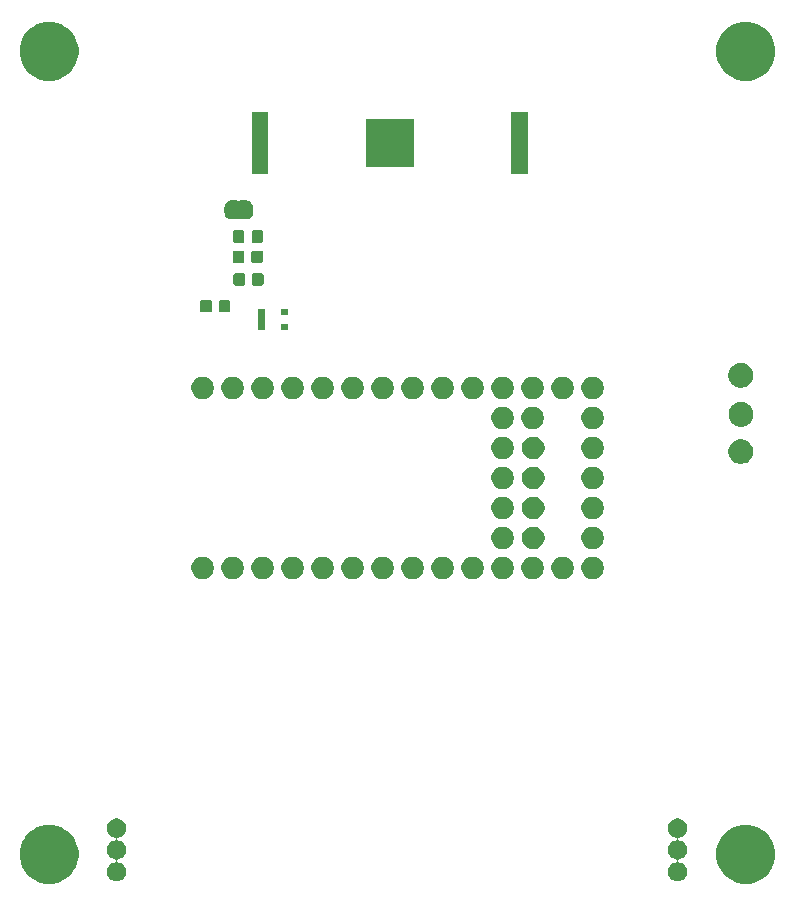
<source format=gbs>
G04 #@! TF.GenerationSoftware,KiCad,Pcbnew,(5.1.4)-1*
G04 #@! TF.CreationDate,2020-01-30T13:19:47+01:00*
G04 #@! TF.ProjectId,teensy4_header_breakout,7465656e-7379-4345-9f68-65616465725f,rev?*
G04 #@! TF.SameCoordinates,Original*
G04 #@! TF.FileFunction,Soldermask,Bot*
G04 #@! TF.FilePolarity,Negative*
%FSLAX46Y46*%
G04 Gerber Fmt 4.6, Leading zero omitted, Abs format (unit mm)*
G04 Created by KiCad (PCBNEW (5.1.4)-1) date 2020-01-30 13:19:47*
%MOMM*%
%LPD*%
G04 APERTURE LIST*
%ADD10C,0.100000*%
G04 APERTURE END LIST*
D10*
G36*
X173309312Y-140239673D02*
G01*
X173764282Y-140428128D01*
X173764284Y-140428129D01*
X173970405Y-140565855D01*
X174173746Y-140701723D01*
X174521967Y-141049944D01*
X174650446Y-141242227D01*
X174766295Y-141415606D01*
X174795562Y-141459408D01*
X174984017Y-141914378D01*
X175080090Y-142397370D01*
X175080090Y-142889830D01*
X174984017Y-143372822D01*
X174833519Y-143736155D01*
X174795561Y-143827794D01*
X174521966Y-144237257D01*
X174173747Y-144585476D01*
X173764284Y-144859071D01*
X173764283Y-144859072D01*
X173764282Y-144859072D01*
X173309312Y-145047527D01*
X172826320Y-145143600D01*
X172333860Y-145143600D01*
X171850868Y-145047527D01*
X171395898Y-144859072D01*
X171395897Y-144859072D01*
X171395896Y-144859071D01*
X170986433Y-144585476D01*
X170638214Y-144237257D01*
X170364619Y-143827794D01*
X170326661Y-143736155D01*
X170176163Y-143372822D01*
X170080090Y-142889830D01*
X170080090Y-142397370D01*
X170176163Y-141914378D01*
X170364618Y-141459408D01*
X170393886Y-141415606D01*
X170509734Y-141242227D01*
X170638213Y-141049944D01*
X170986434Y-140701723D01*
X171189775Y-140565855D01*
X171395896Y-140428129D01*
X171395898Y-140428128D01*
X171850868Y-140239673D01*
X172333860Y-140143600D01*
X172826320Y-140143600D01*
X173309312Y-140239673D01*
X173309312Y-140239673D01*
G37*
G36*
X114325902Y-140239673D02*
G01*
X114780872Y-140428128D01*
X114780874Y-140428129D01*
X114986995Y-140565855D01*
X115190336Y-140701723D01*
X115538557Y-141049944D01*
X115667036Y-141242227D01*
X115782885Y-141415606D01*
X115812152Y-141459408D01*
X116000607Y-141914378D01*
X116096680Y-142397370D01*
X116096680Y-142889830D01*
X116000607Y-143372822D01*
X115850109Y-143736155D01*
X115812151Y-143827794D01*
X115538556Y-144237257D01*
X115190337Y-144585476D01*
X114780874Y-144859071D01*
X114780873Y-144859072D01*
X114780872Y-144859072D01*
X114325902Y-145047527D01*
X113842910Y-145143600D01*
X113350450Y-145143600D01*
X112867458Y-145047527D01*
X112412488Y-144859072D01*
X112412487Y-144859072D01*
X112412486Y-144859071D01*
X112003023Y-144585476D01*
X111654804Y-144237257D01*
X111381209Y-143827794D01*
X111343251Y-143736155D01*
X111192753Y-143372822D01*
X111096680Y-142889830D01*
X111096680Y-142397370D01*
X111192753Y-141914378D01*
X111381208Y-141459408D01*
X111410476Y-141415606D01*
X111526324Y-141242227D01*
X111654803Y-141049944D01*
X112003024Y-140701723D01*
X112206365Y-140565855D01*
X112412486Y-140428129D01*
X112412488Y-140428128D01*
X112867458Y-140239673D01*
X113350450Y-140143600D01*
X113842910Y-140143600D01*
X114325902Y-140239673D01*
X114325902Y-140239673D01*
G37*
G36*
X119546985Y-139639595D02*
G01*
X119694904Y-139700865D01*
X119694905Y-139700866D01*
X119828030Y-139789817D01*
X119941243Y-139903030D01*
X119941244Y-139903032D01*
X120030195Y-140036156D01*
X120091465Y-140184075D01*
X120122700Y-140341105D01*
X120122700Y-140501215D01*
X120091465Y-140658245D01*
X120030195Y-140806164D01*
X120030194Y-140806165D01*
X119941243Y-140939290D01*
X119828030Y-141052503D01*
X119761015Y-141097281D01*
X119694904Y-141141455D01*
X119546985Y-141202725D01*
X119442224Y-141223563D01*
X119418775Y-141230676D01*
X119397164Y-141242227D01*
X119378222Y-141257772D01*
X119362677Y-141276714D01*
X119351126Y-141298325D01*
X119344013Y-141321774D01*
X119341611Y-141346160D01*
X119344013Y-141370546D01*
X119351126Y-141393995D01*
X119362677Y-141415606D01*
X119378222Y-141434548D01*
X119397164Y-141450093D01*
X119418775Y-141461644D01*
X119442224Y-141468757D01*
X119546985Y-141489595D01*
X119694904Y-141550865D01*
X119694905Y-141550866D01*
X119828030Y-141639817D01*
X119941243Y-141753030D01*
X119941244Y-141753032D01*
X120030195Y-141886156D01*
X120091465Y-142034075D01*
X120122700Y-142191105D01*
X120122700Y-142351215D01*
X120091465Y-142508245D01*
X120030195Y-142656164D01*
X120030194Y-142656165D01*
X119941243Y-142789290D01*
X119828030Y-142902503D01*
X119761015Y-142947281D01*
X119694904Y-142991455D01*
X119546985Y-143052725D01*
X119442224Y-143073563D01*
X119418775Y-143080676D01*
X119397164Y-143092227D01*
X119378222Y-143107772D01*
X119362677Y-143126714D01*
X119351126Y-143148325D01*
X119344013Y-143171774D01*
X119341611Y-143196160D01*
X119344013Y-143220546D01*
X119351126Y-143243995D01*
X119362677Y-143265606D01*
X119378222Y-143284548D01*
X119397164Y-143300093D01*
X119418775Y-143311644D01*
X119442224Y-143318757D01*
X119546985Y-143339595D01*
X119694904Y-143400865D01*
X119694905Y-143400866D01*
X119828030Y-143489817D01*
X119941243Y-143603030D01*
X119941244Y-143603032D01*
X120030195Y-143736156D01*
X120091465Y-143884075D01*
X120122700Y-144041105D01*
X120122700Y-144201215D01*
X120091465Y-144358245D01*
X120030195Y-144506164D01*
X120030194Y-144506165D01*
X119941243Y-144639290D01*
X119828030Y-144752503D01*
X119761015Y-144797281D01*
X119694904Y-144841455D01*
X119546985Y-144902725D01*
X119389955Y-144933960D01*
X119229845Y-144933960D01*
X119072815Y-144902725D01*
X118924896Y-144841455D01*
X118858785Y-144797281D01*
X118791770Y-144752503D01*
X118678557Y-144639290D01*
X118589606Y-144506165D01*
X118589605Y-144506164D01*
X118528335Y-144358245D01*
X118497100Y-144201215D01*
X118497100Y-144041105D01*
X118528335Y-143884075D01*
X118589605Y-143736156D01*
X118678556Y-143603032D01*
X118678557Y-143603030D01*
X118791770Y-143489817D01*
X118924895Y-143400866D01*
X118924896Y-143400865D01*
X119072815Y-143339595D01*
X119177576Y-143318757D01*
X119201025Y-143311644D01*
X119222636Y-143300093D01*
X119241578Y-143284548D01*
X119257123Y-143265606D01*
X119268674Y-143243995D01*
X119275787Y-143220546D01*
X119278189Y-143196160D01*
X119275787Y-143171774D01*
X119268674Y-143148325D01*
X119257123Y-143126714D01*
X119241578Y-143107772D01*
X119222636Y-143092227D01*
X119201025Y-143080676D01*
X119177576Y-143073563D01*
X119072815Y-143052725D01*
X118924896Y-142991455D01*
X118858785Y-142947281D01*
X118791770Y-142902503D01*
X118678557Y-142789290D01*
X118589606Y-142656165D01*
X118589605Y-142656164D01*
X118528335Y-142508245D01*
X118497100Y-142351215D01*
X118497100Y-142191105D01*
X118528335Y-142034075D01*
X118589605Y-141886156D01*
X118678556Y-141753032D01*
X118678557Y-141753030D01*
X118791770Y-141639817D01*
X118924895Y-141550866D01*
X118924896Y-141550865D01*
X119072815Y-141489595D01*
X119177576Y-141468757D01*
X119201025Y-141461644D01*
X119222636Y-141450093D01*
X119241578Y-141434548D01*
X119257123Y-141415606D01*
X119268674Y-141393995D01*
X119275787Y-141370546D01*
X119278189Y-141346160D01*
X119275787Y-141321774D01*
X119268674Y-141298325D01*
X119257123Y-141276714D01*
X119241578Y-141257772D01*
X119222636Y-141242227D01*
X119201025Y-141230676D01*
X119177576Y-141223563D01*
X119072815Y-141202725D01*
X118924896Y-141141455D01*
X118858785Y-141097281D01*
X118791770Y-141052503D01*
X118678557Y-140939290D01*
X118589606Y-140806165D01*
X118589605Y-140806164D01*
X118528335Y-140658245D01*
X118497100Y-140501215D01*
X118497100Y-140341105D01*
X118528335Y-140184075D01*
X118589605Y-140036156D01*
X118678556Y-139903032D01*
X118678557Y-139903030D01*
X118791770Y-139789817D01*
X118924895Y-139700866D01*
X118924896Y-139700865D01*
X119072815Y-139639595D01*
X119229845Y-139608360D01*
X119389955Y-139608360D01*
X119546985Y-139639595D01*
X119546985Y-139639595D01*
G37*
G36*
X167046985Y-139639595D02*
G01*
X167194904Y-139700865D01*
X167194905Y-139700866D01*
X167328030Y-139789817D01*
X167441243Y-139903030D01*
X167441244Y-139903032D01*
X167530195Y-140036156D01*
X167591465Y-140184075D01*
X167622700Y-140341105D01*
X167622700Y-140501215D01*
X167591465Y-140658245D01*
X167530195Y-140806164D01*
X167530194Y-140806165D01*
X167441243Y-140939290D01*
X167328030Y-141052503D01*
X167261015Y-141097281D01*
X167194904Y-141141455D01*
X167046985Y-141202725D01*
X166942224Y-141223563D01*
X166918775Y-141230676D01*
X166897164Y-141242227D01*
X166878222Y-141257772D01*
X166862677Y-141276714D01*
X166851126Y-141298325D01*
X166844013Y-141321774D01*
X166841611Y-141346160D01*
X166844013Y-141370546D01*
X166851126Y-141393995D01*
X166862677Y-141415606D01*
X166878222Y-141434548D01*
X166897164Y-141450093D01*
X166918775Y-141461644D01*
X166942224Y-141468757D01*
X167046985Y-141489595D01*
X167194904Y-141550865D01*
X167194905Y-141550866D01*
X167328030Y-141639817D01*
X167441243Y-141753030D01*
X167441244Y-141753032D01*
X167530195Y-141886156D01*
X167591465Y-142034075D01*
X167622700Y-142191105D01*
X167622700Y-142351215D01*
X167591465Y-142508245D01*
X167530195Y-142656164D01*
X167530194Y-142656165D01*
X167441243Y-142789290D01*
X167328030Y-142902503D01*
X167261015Y-142947281D01*
X167194904Y-142991455D01*
X167046985Y-143052725D01*
X166942224Y-143073563D01*
X166918775Y-143080676D01*
X166897164Y-143092227D01*
X166878222Y-143107772D01*
X166862677Y-143126714D01*
X166851126Y-143148325D01*
X166844013Y-143171774D01*
X166841611Y-143196160D01*
X166844013Y-143220546D01*
X166851126Y-143243995D01*
X166862677Y-143265606D01*
X166878222Y-143284548D01*
X166897164Y-143300093D01*
X166918775Y-143311644D01*
X166942224Y-143318757D01*
X167046985Y-143339595D01*
X167194904Y-143400865D01*
X167194905Y-143400866D01*
X167328030Y-143489817D01*
X167441243Y-143603030D01*
X167441244Y-143603032D01*
X167530195Y-143736156D01*
X167591465Y-143884075D01*
X167622700Y-144041105D01*
X167622700Y-144201215D01*
X167591465Y-144358245D01*
X167530195Y-144506164D01*
X167530194Y-144506165D01*
X167441243Y-144639290D01*
X167328030Y-144752503D01*
X167261015Y-144797281D01*
X167194904Y-144841455D01*
X167046985Y-144902725D01*
X166889955Y-144933960D01*
X166729845Y-144933960D01*
X166572815Y-144902725D01*
X166424896Y-144841455D01*
X166358785Y-144797281D01*
X166291770Y-144752503D01*
X166178557Y-144639290D01*
X166089606Y-144506165D01*
X166089605Y-144506164D01*
X166028335Y-144358245D01*
X165997100Y-144201215D01*
X165997100Y-144041105D01*
X166028335Y-143884075D01*
X166089605Y-143736156D01*
X166178556Y-143603032D01*
X166178557Y-143603030D01*
X166291770Y-143489817D01*
X166424895Y-143400866D01*
X166424896Y-143400865D01*
X166572815Y-143339595D01*
X166677576Y-143318757D01*
X166701025Y-143311644D01*
X166722636Y-143300093D01*
X166741578Y-143284548D01*
X166757123Y-143265606D01*
X166768674Y-143243995D01*
X166775787Y-143220546D01*
X166778189Y-143196160D01*
X166775787Y-143171774D01*
X166768674Y-143148325D01*
X166757123Y-143126714D01*
X166741578Y-143107772D01*
X166722636Y-143092227D01*
X166701025Y-143080676D01*
X166677576Y-143073563D01*
X166572815Y-143052725D01*
X166424896Y-142991455D01*
X166358785Y-142947281D01*
X166291770Y-142902503D01*
X166178557Y-142789290D01*
X166089606Y-142656165D01*
X166089605Y-142656164D01*
X166028335Y-142508245D01*
X165997100Y-142351215D01*
X165997100Y-142191105D01*
X166028335Y-142034075D01*
X166089605Y-141886156D01*
X166178556Y-141753032D01*
X166178557Y-141753030D01*
X166291770Y-141639817D01*
X166424895Y-141550866D01*
X166424896Y-141550865D01*
X166572815Y-141489595D01*
X166677576Y-141468757D01*
X166701025Y-141461644D01*
X166722636Y-141450093D01*
X166741578Y-141434548D01*
X166757123Y-141415606D01*
X166768674Y-141393995D01*
X166775787Y-141370546D01*
X166778189Y-141346160D01*
X166775787Y-141321774D01*
X166768674Y-141298325D01*
X166757123Y-141276714D01*
X166741578Y-141257772D01*
X166722636Y-141242227D01*
X166701025Y-141230676D01*
X166677576Y-141223563D01*
X166572815Y-141202725D01*
X166424896Y-141141455D01*
X166358785Y-141097281D01*
X166291770Y-141052503D01*
X166178557Y-140939290D01*
X166089606Y-140806165D01*
X166089605Y-140806164D01*
X166028335Y-140658245D01*
X165997100Y-140501215D01*
X165997100Y-140341105D01*
X166028335Y-140184075D01*
X166089605Y-140036156D01*
X166178556Y-139903032D01*
X166178557Y-139903030D01*
X166291770Y-139789817D01*
X166424895Y-139700866D01*
X166424896Y-139700865D01*
X166572815Y-139639595D01*
X166729845Y-139608360D01*
X166889955Y-139608360D01*
X167046985Y-139639595D01*
X167046985Y-139639595D01*
G37*
G36*
X157353478Y-117467518D02*
G01*
X157526513Y-117539192D01*
X157682240Y-117643245D01*
X157814675Y-117775680D01*
X157918728Y-117931407D01*
X157990402Y-118104442D01*
X158026940Y-118288134D01*
X158026940Y-118475426D01*
X157990402Y-118659118D01*
X157918728Y-118832153D01*
X157814675Y-118987880D01*
X157682240Y-119120315D01*
X157526513Y-119224368D01*
X157353478Y-119296042D01*
X157169786Y-119332580D01*
X156982494Y-119332580D01*
X156798802Y-119296042D01*
X156625767Y-119224368D01*
X156470040Y-119120315D01*
X156337605Y-118987880D01*
X156233552Y-118832153D01*
X156161878Y-118659118D01*
X156125340Y-118475426D01*
X156125340Y-118288134D01*
X156161878Y-118104442D01*
X156233552Y-117931407D01*
X156337605Y-117775680D01*
X156470040Y-117643245D01*
X156625767Y-117539192D01*
X156798802Y-117467518D01*
X156982494Y-117430980D01*
X157169786Y-117430980D01*
X157353478Y-117467518D01*
X157353478Y-117467518D01*
G37*
G36*
X159893478Y-117467518D02*
G01*
X160066513Y-117539192D01*
X160222240Y-117643245D01*
X160354675Y-117775680D01*
X160458728Y-117931407D01*
X160530402Y-118104442D01*
X160566940Y-118288134D01*
X160566940Y-118475426D01*
X160530402Y-118659118D01*
X160458728Y-118832153D01*
X160354675Y-118987880D01*
X160222240Y-119120315D01*
X160066513Y-119224368D01*
X159893478Y-119296042D01*
X159709786Y-119332580D01*
X159522494Y-119332580D01*
X159338802Y-119296042D01*
X159165767Y-119224368D01*
X159010040Y-119120315D01*
X158877605Y-118987880D01*
X158773552Y-118832153D01*
X158701878Y-118659118D01*
X158665340Y-118475426D01*
X158665340Y-118288134D01*
X158701878Y-118104442D01*
X158773552Y-117931407D01*
X158877605Y-117775680D01*
X159010040Y-117643245D01*
X159165767Y-117539192D01*
X159338802Y-117467518D01*
X159522494Y-117430980D01*
X159709786Y-117430980D01*
X159893478Y-117467518D01*
X159893478Y-117467518D01*
G37*
G36*
X126873478Y-117467518D02*
G01*
X127046513Y-117539192D01*
X127202240Y-117643245D01*
X127334675Y-117775680D01*
X127438728Y-117931407D01*
X127510402Y-118104442D01*
X127546940Y-118288134D01*
X127546940Y-118475426D01*
X127510402Y-118659118D01*
X127438728Y-118832153D01*
X127334675Y-118987880D01*
X127202240Y-119120315D01*
X127046513Y-119224368D01*
X126873478Y-119296042D01*
X126689786Y-119332580D01*
X126502494Y-119332580D01*
X126318802Y-119296042D01*
X126145767Y-119224368D01*
X125990040Y-119120315D01*
X125857605Y-118987880D01*
X125753552Y-118832153D01*
X125681878Y-118659118D01*
X125645340Y-118475426D01*
X125645340Y-118288134D01*
X125681878Y-118104442D01*
X125753552Y-117931407D01*
X125857605Y-117775680D01*
X125990040Y-117643245D01*
X126145767Y-117539192D01*
X126318802Y-117467518D01*
X126502494Y-117430980D01*
X126689786Y-117430980D01*
X126873478Y-117467518D01*
X126873478Y-117467518D01*
G37*
G36*
X134493478Y-117467518D02*
G01*
X134666513Y-117539192D01*
X134822240Y-117643245D01*
X134954675Y-117775680D01*
X135058728Y-117931407D01*
X135130402Y-118104442D01*
X135166940Y-118288134D01*
X135166940Y-118475426D01*
X135130402Y-118659118D01*
X135058728Y-118832153D01*
X134954675Y-118987880D01*
X134822240Y-119120315D01*
X134666513Y-119224368D01*
X134493478Y-119296042D01*
X134309786Y-119332580D01*
X134122494Y-119332580D01*
X133938802Y-119296042D01*
X133765767Y-119224368D01*
X133610040Y-119120315D01*
X133477605Y-118987880D01*
X133373552Y-118832153D01*
X133301878Y-118659118D01*
X133265340Y-118475426D01*
X133265340Y-118288134D01*
X133301878Y-118104442D01*
X133373552Y-117931407D01*
X133477605Y-117775680D01*
X133610040Y-117643245D01*
X133765767Y-117539192D01*
X133938802Y-117467518D01*
X134122494Y-117430980D01*
X134309786Y-117430980D01*
X134493478Y-117467518D01*
X134493478Y-117467518D01*
G37*
G36*
X131953478Y-117467518D02*
G01*
X132126513Y-117539192D01*
X132282240Y-117643245D01*
X132414675Y-117775680D01*
X132518728Y-117931407D01*
X132590402Y-118104442D01*
X132626940Y-118288134D01*
X132626940Y-118475426D01*
X132590402Y-118659118D01*
X132518728Y-118832153D01*
X132414675Y-118987880D01*
X132282240Y-119120315D01*
X132126513Y-119224368D01*
X131953478Y-119296042D01*
X131769786Y-119332580D01*
X131582494Y-119332580D01*
X131398802Y-119296042D01*
X131225767Y-119224368D01*
X131070040Y-119120315D01*
X130937605Y-118987880D01*
X130833552Y-118832153D01*
X130761878Y-118659118D01*
X130725340Y-118475426D01*
X130725340Y-118288134D01*
X130761878Y-118104442D01*
X130833552Y-117931407D01*
X130937605Y-117775680D01*
X131070040Y-117643245D01*
X131225767Y-117539192D01*
X131398802Y-117467518D01*
X131582494Y-117430980D01*
X131769786Y-117430980D01*
X131953478Y-117467518D01*
X131953478Y-117467518D01*
G37*
G36*
X129413478Y-117467518D02*
G01*
X129586513Y-117539192D01*
X129742240Y-117643245D01*
X129874675Y-117775680D01*
X129978728Y-117931407D01*
X130050402Y-118104442D01*
X130086940Y-118288134D01*
X130086940Y-118475426D01*
X130050402Y-118659118D01*
X129978728Y-118832153D01*
X129874675Y-118987880D01*
X129742240Y-119120315D01*
X129586513Y-119224368D01*
X129413478Y-119296042D01*
X129229786Y-119332580D01*
X129042494Y-119332580D01*
X128858802Y-119296042D01*
X128685767Y-119224368D01*
X128530040Y-119120315D01*
X128397605Y-118987880D01*
X128293552Y-118832153D01*
X128221878Y-118659118D01*
X128185340Y-118475426D01*
X128185340Y-118288134D01*
X128221878Y-118104442D01*
X128293552Y-117931407D01*
X128397605Y-117775680D01*
X128530040Y-117643245D01*
X128685767Y-117539192D01*
X128858802Y-117467518D01*
X129042494Y-117430980D01*
X129229786Y-117430980D01*
X129413478Y-117467518D01*
X129413478Y-117467518D01*
G37*
G36*
X139573478Y-117467518D02*
G01*
X139746513Y-117539192D01*
X139902240Y-117643245D01*
X140034675Y-117775680D01*
X140138728Y-117931407D01*
X140210402Y-118104442D01*
X140246940Y-118288134D01*
X140246940Y-118475426D01*
X140210402Y-118659118D01*
X140138728Y-118832153D01*
X140034675Y-118987880D01*
X139902240Y-119120315D01*
X139746513Y-119224368D01*
X139573478Y-119296042D01*
X139389786Y-119332580D01*
X139202494Y-119332580D01*
X139018802Y-119296042D01*
X138845767Y-119224368D01*
X138690040Y-119120315D01*
X138557605Y-118987880D01*
X138453552Y-118832153D01*
X138381878Y-118659118D01*
X138345340Y-118475426D01*
X138345340Y-118288134D01*
X138381878Y-118104442D01*
X138453552Y-117931407D01*
X138557605Y-117775680D01*
X138690040Y-117643245D01*
X138845767Y-117539192D01*
X139018802Y-117467518D01*
X139202494Y-117430980D01*
X139389786Y-117430980D01*
X139573478Y-117467518D01*
X139573478Y-117467518D01*
G37*
G36*
X154813478Y-117467518D02*
G01*
X154986513Y-117539192D01*
X155142240Y-117643245D01*
X155274675Y-117775680D01*
X155378728Y-117931407D01*
X155450402Y-118104442D01*
X155486940Y-118288134D01*
X155486940Y-118475426D01*
X155450402Y-118659118D01*
X155378728Y-118832153D01*
X155274675Y-118987880D01*
X155142240Y-119120315D01*
X154986513Y-119224368D01*
X154813478Y-119296042D01*
X154629786Y-119332580D01*
X154442494Y-119332580D01*
X154258802Y-119296042D01*
X154085767Y-119224368D01*
X153930040Y-119120315D01*
X153797605Y-118987880D01*
X153693552Y-118832153D01*
X153621878Y-118659118D01*
X153585340Y-118475426D01*
X153585340Y-118288134D01*
X153621878Y-118104442D01*
X153693552Y-117931407D01*
X153797605Y-117775680D01*
X153930040Y-117643245D01*
X154085767Y-117539192D01*
X154258802Y-117467518D01*
X154442494Y-117430980D01*
X154629786Y-117430980D01*
X154813478Y-117467518D01*
X154813478Y-117467518D01*
G37*
G36*
X152273478Y-117467518D02*
G01*
X152446513Y-117539192D01*
X152602240Y-117643245D01*
X152734675Y-117775680D01*
X152838728Y-117931407D01*
X152910402Y-118104442D01*
X152946940Y-118288134D01*
X152946940Y-118475426D01*
X152910402Y-118659118D01*
X152838728Y-118832153D01*
X152734675Y-118987880D01*
X152602240Y-119120315D01*
X152446513Y-119224368D01*
X152273478Y-119296042D01*
X152089786Y-119332580D01*
X151902494Y-119332580D01*
X151718802Y-119296042D01*
X151545767Y-119224368D01*
X151390040Y-119120315D01*
X151257605Y-118987880D01*
X151153552Y-118832153D01*
X151081878Y-118659118D01*
X151045340Y-118475426D01*
X151045340Y-118288134D01*
X151081878Y-118104442D01*
X151153552Y-117931407D01*
X151257605Y-117775680D01*
X151390040Y-117643245D01*
X151545767Y-117539192D01*
X151718802Y-117467518D01*
X151902494Y-117430980D01*
X152089786Y-117430980D01*
X152273478Y-117467518D01*
X152273478Y-117467518D01*
G37*
G36*
X149733478Y-117467518D02*
G01*
X149906513Y-117539192D01*
X150062240Y-117643245D01*
X150194675Y-117775680D01*
X150298728Y-117931407D01*
X150370402Y-118104442D01*
X150406940Y-118288134D01*
X150406940Y-118475426D01*
X150370402Y-118659118D01*
X150298728Y-118832153D01*
X150194675Y-118987880D01*
X150062240Y-119120315D01*
X149906513Y-119224368D01*
X149733478Y-119296042D01*
X149549786Y-119332580D01*
X149362494Y-119332580D01*
X149178802Y-119296042D01*
X149005767Y-119224368D01*
X148850040Y-119120315D01*
X148717605Y-118987880D01*
X148613552Y-118832153D01*
X148541878Y-118659118D01*
X148505340Y-118475426D01*
X148505340Y-118288134D01*
X148541878Y-118104442D01*
X148613552Y-117931407D01*
X148717605Y-117775680D01*
X148850040Y-117643245D01*
X149005767Y-117539192D01*
X149178802Y-117467518D01*
X149362494Y-117430980D01*
X149549786Y-117430980D01*
X149733478Y-117467518D01*
X149733478Y-117467518D01*
G37*
G36*
X147193478Y-117467518D02*
G01*
X147366513Y-117539192D01*
X147522240Y-117643245D01*
X147654675Y-117775680D01*
X147758728Y-117931407D01*
X147830402Y-118104442D01*
X147866940Y-118288134D01*
X147866940Y-118475426D01*
X147830402Y-118659118D01*
X147758728Y-118832153D01*
X147654675Y-118987880D01*
X147522240Y-119120315D01*
X147366513Y-119224368D01*
X147193478Y-119296042D01*
X147009786Y-119332580D01*
X146822494Y-119332580D01*
X146638802Y-119296042D01*
X146465767Y-119224368D01*
X146310040Y-119120315D01*
X146177605Y-118987880D01*
X146073552Y-118832153D01*
X146001878Y-118659118D01*
X145965340Y-118475426D01*
X145965340Y-118288134D01*
X146001878Y-118104442D01*
X146073552Y-117931407D01*
X146177605Y-117775680D01*
X146310040Y-117643245D01*
X146465767Y-117539192D01*
X146638802Y-117467518D01*
X146822494Y-117430980D01*
X147009786Y-117430980D01*
X147193478Y-117467518D01*
X147193478Y-117467518D01*
G37*
G36*
X144653478Y-117467518D02*
G01*
X144826513Y-117539192D01*
X144982240Y-117643245D01*
X145114675Y-117775680D01*
X145218728Y-117931407D01*
X145290402Y-118104442D01*
X145326940Y-118288134D01*
X145326940Y-118475426D01*
X145290402Y-118659118D01*
X145218728Y-118832153D01*
X145114675Y-118987880D01*
X144982240Y-119120315D01*
X144826513Y-119224368D01*
X144653478Y-119296042D01*
X144469786Y-119332580D01*
X144282494Y-119332580D01*
X144098802Y-119296042D01*
X143925767Y-119224368D01*
X143770040Y-119120315D01*
X143637605Y-118987880D01*
X143533552Y-118832153D01*
X143461878Y-118659118D01*
X143425340Y-118475426D01*
X143425340Y-118288134D01*
X143461878Y-118104442D01*
X143533552Y-117931407D01*
X143637605Y-117775680D01*
X143770040Y-117643245D01*
X143925767Y-117539192D01*
X144098802Y-117467518D01*
X144282494Y-117430980D01*
X144469786Y-117430980D01*
X144653478Y-117467518D01*
X144653478Y-117467518D01*
G37*
G36*
X142113478Y-117467518D02*
G01*
X142286513Y-117539192D01*
X142442240Y-117643245D01*
X142574675Y-117775680D01*
X142678728Y-117931407D01*
X142750402Y-118104442D01*
X142786940Y-118288134D01*
X142786940Y-118475426D01*
X142750402Y-118659118D01*
X142678728Y-118832153D01*
X142574675Y-118987880D01*
X142442240Y-119120315D01*
X142286513Y-119224368D01*
X142113478Y-119296042D01*
X141929786Y-119332580D01*
X141742494Y-119332580D01*
X141558802Y-119296042D01*
X141385767Y-119224368D01*
X141230040Y-119120315D01*
X141097605Y-118987880D01*
X140993552Y-118832153D01*
X140921878Y-118659118D01*
X140885340Y-118475426D01*
X140885340Y-118288134D01*
X140921878Y-118104442D01*
X140993552Y-117931407D01*
X141097605Y-117775680D01*
X141230040Y-117643245D01*
X141385767Y-117539192D01*
X141558802Y-117467518D01*
X141742494Y-117430980D01*
X141929786Y-117430980D01*
X142113478Y-117467518D01*
X142113478Y-117467518D01*
G37*
G36*
X137033478Y-117467518D02*
G01*
X137206513Y-117539192D01*
X137362240Y-117643245D01*
X137494675Y-117775680D01*
X137598728Y-117931407D01*
X137670402Y-118104442D01*
X137706940Y-118288134D01*
X137706940Y-118475426D01*
X137670402Y-118659118D01*
X137598728Y-118832153D01*
X137494675Y-118987880D01*
X137362240Y-119120315D01*
X137206513Y-119224368D01*
X137033478Y-119296042D01*
X136849786Y-119332580D01*
X136662494Y-119332580D01*
X136478802Y-119296042D01*
X136305767Y-119224368D01*
X136150040Y-119120315D01*
X136017605Y-118987880D01*
X135913552Y-118832153D01*
X135841878Y-118659118D01*
X135805340Y-118475426D01*
X135805340Y-118288134D01*
X135841878Y-118104442D01*
X135913552Y-117931407D01*
X136017605Y-117775680D01*
X136150040Y-117643245D01*
X136305767Y-117539192D01*
X136478802Y-117467518D01*
X136662494Y-117430980D01*
X136849786Y-117430980D01*
X137033478Y-117467518D01*
X137033478Y-117467518D01*
G37*
G36*
X159893478Y-114927518D02*
G01*
X160066513Y-114999192D01*
X160222240Y-115103245D01*
X160354675Y-115235680D01*
X160458728Y-115391407D01*
X160530402Y-115564442D01*
X160566940Y-115748134D01*
X160566940Y-115935426D01*
X160530402Y-116119118D01*
X160458728Y-116292153D01*
X160354675Y-116447880D01*
X160222240Y-116580315D01*
X160066513Y-116684368D01*
X159893478Y-116756042D01*
X159709786Y-116792580D01*
X159522494Y-116792580D01*
X159338802Y-116756042D01*
X159165767Y-116684368D01*
X159010040Y-116580315D01*
X158877605Y-116447880D01*
X158773552Y-116292153D01*
X158701878Y-116119118D01*
X158665340Y-115935426D01*
X158665340Y-115748134D01*
X158701878Y-115564442D01*
X158773552Y-115391407D01*
X158877605Y-115235680D01*
X159010040Y-115103245D01*
X159165767Y-114999192D01*
X159338802Y-114927518D01*
X159522494Y-114890980D01*
X159709786Y-114890980D01*
X159893478Y-114927518D01*
X159893478Y-114927518D01*
G37*
G36*
X152273478Y-114927518D02*
G01*
X152446513Y-114999192D01*
X152602240Y-115103245D01*
X152734675Y-115235680D01*
X152838728Y-115391407D01*
X152910402Y-115564442D01*
X152946940Y-115748134D01*
X152946940Y-115935426D01*
X152910402Y-116119118D01*
X152838728Y-116292153D01*
X152734675Y-116447880D01*
X152602240Y-116580315D01*
X152446513Y-116684368D01*
X152273478Y-116756042D01*
X152089786Y-116792580D01*
X151902494Y-116792580D01*
X151718802Y-116756042D01*
X151545767Y-116684368D01*
X151390040Y-116580315D01*
X151257605Y-116447880D01*
X151153552Y-116292153D01*
X151081878Y-116119118D01*
X151045340Y-115935426D01*
X151045340Y-115748134D01*
X151081878Y-115564442D01*
X151153552Y-115391407D01*
X151257605Y-115235680D01*
X151390040Y-115103245D01*
X151545767Y-114999192D01*
X151718802Y-114927518D01*
X151902494Y-114890980D01*
X152089786Y-114890980D01*
X152273478Y-114927518D01*
X152273478Y-114927518D01*
G37*
G36*
X154873478Y-114927518D02*
G01*
X155046513Y-114999192D01*
X155202240Y-115103245D01*
X155334675Y-115235680D01*
X155438728Y-115391407D01*
X155510402Y-115564442D01*
X155546940Y-115748134D01*
X155546940Y-115935426D01*
X155510402Y-116119118D01*
X155438728Y-116292153D01*
X155334675Y-116447880D01*
X155202240Y-116580315D01*
X155046513Y-116684368D01*
X154873478Y-116756042D01*
X154689786Y-116792580D01*
X154502494Y-116792580D01*
X154318802Y-116756042D01*
X154145767Y-116684368D01*
X153990040Y-116580315D01*
X153857605Y-116447880D01*
X153753552Y-116292153D01*
X153681878Y-116119118D01*
X153645340Y-115935426D01*
X153645340Y-115748134D01*
X153681878Y-115564442D01*
X153753552Y-115391407D01*
X153857605Y-115235680D01*
X153990040Y-115103245D01*
X154145767Y-114999192D01*
X154318802Y-114927518D01*
X154502494Y-114890980D01*
X154689786Y-114890980D01*
X154873478Y-114927518D01*
X154873478Y-114927518D01*
G37*
G36*
X152273478Y-112387518D02*
G01*
X152446513Y-112459192D01*
X152602240Y-112563245D01*
X152734675Y-112695680D01*
X152838728Y-112851407D01*
X152910402Y-113024442D01*
X152946940Y-113208134D01*
X152946940Y-113395426D01*
X152910402Y-113579118D01*
X152838728Y-113752153D01*
X152734675Y-113907880D01*
X152602240Y-114040315D01*
X152446513Y-114144368D01*
X152273478Y-114216042D01*
X152089786Y-114252580D01*
X151902494Y-114252580D01*
X151718802Y-114216042D01*
X151545767Y-114144368D01*
X151390040Y-114040315D01*
X151257605Y-113907880D01*
X151153552Y-113752153D01*
X151081878Y-113579118D01*
X151045340Y-113395426D01*
X151045340Y-113208134D01*
X151081878Y-113024442D01*
X151153552Y-112851407D01*
X151257605Y-112695680D01*
X151390040Y-112563245D01*
X151545767Y-112459192D01*
X151718802Y-112387518D01*
X151902494Y-112350980D01*
X152089786Y-112350980D01*
X152273478Y-112387518D01*
X152273478Y-112387518D01*
G37*
G36*
X154873478Y-112387518D02*
G01*
X155046513Y-112459192D01*
X155202240Y-112563245D01*
X155334675Y-112695680D01*
X155438728Y-112851407D01*
X155510402Y-113024442D01*
X155546940Y-113208134D01*
X155546940Y-113395426D01*
X155510402Y-113579118D01*
X155438728Y-113752153D01*
X155334675Y-113907880D01*
X155202240Y-114040315D01*
X155046513Y-114144368D01*
X154873478Y-114216042D01*
X154689786Y-114252580D01*
X154502494Y-114252580D01*
X154318802Y-114216042D01*
X154145767Y-114144368D01*
X153990040Y-114040315D01*
X153857605Y-113907880D01*
X153753552Y-113752153D01*
X153681878Y-113579118D01*
X153645340Y-113395426D01*
X153645340Y-113208134D01*
X153681878Y-113024442D01*
X153753552Y-112851407D01*
X153857605Y-112695680D01*
X153990040Y-112563245D01*
X154145767Y-112459192D01*
X154318802Y-112387518D01*
X154502494Y-112350980D01*
X154689786Y-112350980D01*
X154873478Y-112387518D01*
X154873478Y-112387518D01*
G37*
G36*
X159893478Y-112387518D02*
G01*
X160066513Y-112459192D01*
X160222240Y-112563245D01*
X160354675Y-112695680D01*
X160458728Y-112851407D01*
X160530402Y-113024442D01*
X160566940Y-113208134D01*
X160566940Y-113395426D01*
X160530402Y-113579118D01*
X160458728Y-113752153D01*
X160354675Y-113907880D01*
X160222240Y-114040315D01*
X160066513Y-114144368D01*
X159893478Y-114216042D01*
X159709786Y-114252580D01*
X159522494Y-114252580D01*
X159338802Y-114216042D01*
X159165767Y-114144368D01*
X159010040Y-114040315D01*
X158877605Y-113907880D01*
X158773552Y-113752153D01*
X158701878Y-113579118D01*
X158665340Y-113395426D01*
X158665340Y-113208134D01*
X158701878Y-113024442D01*
X158773552Y-112851407D01*
X158877605Y-112695680D01*
X159010040Y-112563245D01*
X159165767Y-112459192D01*
X159338802Y-112387518D01*
X159522494Y-112350980D01*
X159709786Y-112350980D01*
X159893478Y-112387518D01*
X159893478Y-112387518D01*
G37*
G36*
X154873478Y-109847518D02*
G01*
X155046513Y-109919192D01*
X155202240Y-110023245D01*
X155334675Y-110155680D01*
X155438728Y-110311407D01*
X155510402Y-110484442D01*
X155546940Y-110668134D01*
X155546940Y-110855426D01*
X155510402Y-111039118D01*
X155438728Y-111212153D01*
X155334675Y-111367880D01*
X155202240Y-111500315D01*
X155046513Y-111604368D01*
X154873478Y-111676042D01*
X154689786Y-111712580D01*
X154502494Y-111712580D01*
X154318802Y-111676042D01*
X154145767Y-111604368D01*
X153990040Y-111500315D01*
X153857605Y-111367880D01*
X153753552Y-111212153D01*
X153681878Y-111039118D01*
X153645340Y-110855426D01*
X153645340Y-110668134D01*
X153681878Y-110484442D01*
X153753552Y-110311407D01*
X153857605Y-110155680D01*
X153990040Y-110023245D01*
X154145767Y-109919192D01*
X154318802Y-109847518D01*
X154502494Y-109810980D01*
X154689786Y-109810980D01*
X154873478Y-109847518D01*
X154873478Y-109847518D01*
G37*
G36*
X152273478Y-109847518D02*
G01*
X152446513Y-109919192D01*
X152602240Y-110023245D01*
X152734675Y-110155680D01*
X152838728Y-110311407D01*
X152910402Y-110484442D01*
X152946940Y-110668134D01*
X152946940Y-110855426D01*
X152910402Y-111039118D01*
X152838728Y-111212153D01*
X152734675Y-111367880D01*
X152602240Y-111500315D01*
X152446513Y-111604368D01*
X152273478Y-111676042D01*
X152089786Y-111712580D01*
X151902494Y-111712580D01*
X151718802Y-111676042D01*
X151545767Y-111604368D01*
X151390040Y-111500315D01*
X151257605Y-111367880D01*
X151153552Y-111212153D01*
X151081878Y-111039118D01*
X151045340Y-110855426D01*
X151045340Y-110668134D01*
X151081878Y-110484442D01*
X151153552Y-110311407D01*
X151257605Y-110155680D01*
X151390040Y-110023245D01*
X151545767Y-109919192D01*
X151718802Y-109847518D01*
X151902494Y-109810980D01*
X152089786Y-109810980D01*
X152273478Y-109847518D01*
X152273478Y-109847518D01*
G37*
G36*
X159893478Y-109847518D02*
G01*
X160066513Y-109919192D01*
X160222240Y-110023245D01*
X160354675Y-110155680D01*
X160458728Y-110311407D01*
X160530402Y-110484442D01*
X160566940Y-110668134D01*
X160566940Y-110855426D01*
X160530402Y-111039118D01*
X160458728Y-111212153D01*
X160354675Y-111367880D01*
X160222240Y-111500315D01*
X160066513Y-111604368D01*
X159893478Y-111676042D01*
X159709786Y-111712580D01*
X159522494Y-111712580D01*
X159338802Y-111676042D01*
X159165767Y-111604368D01*
X159010040Y-111500315D01*
X158877605Y-111367880D01*
X158773552Y-111212153D01*
X158701878Y-111039118D01*
X158665340Y-110855426D01*
X158665340Y-110668134D01*
X158701878Y-110484442D01*
X158773552Y-110311407D01*
X158877605Y-110155680D01*
X159010040Y-110023245D01*
X159165767Y-109919192D01*
X159338802Y-109847518D01*
X159522494Y-109810980D01*
X159709786Y-109810980D01*
X159893478Y-109847518D01*
X159893478Y-109847518D01*
G37*
G36*
X172462626Y-107533941D02*
G01*
X172574648Y-107580342D01*
X172653860Y-107613153D01*
X172825966Y-107728151D01*
X172972329Y-107874514D01*
X173087327Y-108046620D01*
X173087327Y-108046621D01*
X173166539Y-108237854D01*
X173206920Y-108440864D01*
X173206920Y-108647856D01*
X173166539Y-108850866D01*
X173121204Y-108960314D01*
X173087327Y-109042100D01*
X172972329Y-109214206D01*
X172825966Y-109360569D01*
X172653860Y-109475567D01*
X172574648Y-109508378D01*
X172462626Y-109554779D01*
X172259616Y-109595160D01*
X172052624Y-109595160D01*
X171849614Y-109554779D01*
X171737592Y-109508378D01*
X171658380Y-109475567D01*
X171486274Y-109360569D01*
X171339911Y-109214206D01*
X171224913Y-109042100D01*
X171191036Y-108960314D01*
X171145701Y-108850866D01*
X171105320Y-108647856D01*
X171105320Y-108440864D01*
X171145701Y-108237854D01*
X171224913Y-108046621D01*
X171224913Y-108046620D01*
X171339911Y-107874514D01*
X171486274Y-107728151D01*
X171658380Y-107613153D01*
X171737592Y-107580342D01*
X171849614Y-107533941D01*
X172052624Y-107493560D01*
X172259616Y-107493560D01*
X172462626Y-107533941D01*
X172462626Y-107533941D01*
G37*
G36*
X152273478Y-107307518D02*
G01*
X152446513Y-107379192D01*
X152602240Y-107483245D01*
X152734675Y-107615680D01*
X152838728Y-107771407D01*
X152910402Y-107944442D01*
X152946940Y-108128134D01*
X152946940Y-108315426D01*
X152910402Y-108499118D01*
X152838728Y-108672153D01*
X152734675Y-108827880D01*
X152602240Y-108960315D01*
X152446513Y-109064368D01*
X152273478Y-109136042D01*
X152089786Y-109172580D01*
X151902494Y-109172580D01*
X151718802Y-109136042D01*
X151545767Y-109064368D01*
X151390040Y-108960315D01*
X151257605Y-108827880D01*
X151153552Y-108672153D01*
X151081878Y-108499118D01*
X151045340Y-108315426D01*
X151045340Y-108128134D01*
X151081878Y-107944442D01*
X151153552Y-107771407D01*
X151257605Y-107615680D01*
X151390040Y-107483245D01*
X151545767Y-107379192D01*
X151718802Y-107307518D01*
X151902494Y-107270980D01*
X152089786Y-107270980D01*
X152273478Y-107307518D01*
X152273478Y-107307518D01*
G37*
G36*
X154873478Y-107307518D02*
G01*
X155046513Y-107379192D01*
X155202240Y-107483245D01*
X155334675Y-107615680D01*
X155438728Y-107771407D01*
X155510402Y-107944442D01*
X155546940Y-108128134D01*
X155546940Y-108315426D01*
X155510402Y-108499118D01*
X155438728Y-108672153D01*
X155334675Y-108827880D01*
X155202240Y-108960315D01*
X155046513Y-109064368D01*
X154873478Y-109136042D01*
X154689786Y-109172580D01*
X154502494Y-109172580D01*
X154318802Y-109136042D01*
X154145767Y-109064368D01*
X153990040Y-108960315D01*
X153857605Y-108827880D01*
X153753552Y-108672153D01*
X153681878Y-108499118D01*
X153645340Y-108315426D01*
X153645340Y-108128134D01*
X153681878Y-107944442D01*
X153753552Y-107771407D01*
X153857605Y-107615680D01*
X153990040Y-107483245D01*
X154145767Y-107379192D01*
X154318802Y-107307518D01*
X154502494Y-107270980D01*
X154689786Y-107270980D01*
X154873478Y-107307518D01*
X154873478Y-107307518D01*
G37*
G36*
X159893478Y-107307518D02*
G01*
X160066513Y-107379192D01*
X160222240Y-107483245D01*
X160354675Y-107615680D01*
X160458728Y-107771407D01*
X160530402Y-107944442D01*
X160566940Y-108128134D01*
X160566940Y-108315426D01*
X160530402Y-108499118D01*
X160458728Y-108672153D01*
X160354675Y-108827880D01*
X160222240Y-108960315D01*
X160066513Y-109064368D01*
X159893478Y-109136042D01*
X159709786Y-109172580D01*
X159522494Y-109172580D01*
X159338802Y-109136042D01*
X159165767Y-109064368D01*
X159010040Y-108960315D01*
X158877605Y-108827880D01*
X158773552Y-108672153D01*
X158701878Y-108499118D01*
X158665340Y-108315426D01*
X158665340Y-108128134D01*
X158701878Y-107944442D01*
X158773552Y-107771407D01*
X158877605Y-107615680D01*
X159010040Y-107483245D01*
X159165767Y-107379192D01*
X159338802Y-107307518D01*
X159522494Y-107270980D01*
X159709786Y-107270980D01*
X159893478Y-107307518D01*
X159893478Y-107307518D01*
G37*
G36*
X154813478Y-104767518D02*
G01*
X154986513Y-104839192D01*
X155142240Y-104943245D01*
X155274675Y-105075680D01*
X155378728Y-105231407D01*
X155450402Y-105404442D01*
X155486940Y-105588134D01*
X155486940Y-105775426D01*
X155450402Y-105959118D01*
X155378728Y-106132153D01*
X155274675Y-106287880D01*
X155142240Y-106420315D01*
X154986513Y-106524368D01*
X154813478Y-106596042D01*
X154629786Y-106632580D01*
X154442494Y-106632580D01*
X154258802Y-106596042D01*
X154085767Y-106524368D01*
X153930040Y-106420315D01*
X153797605Y-106287880D01*
X153693552Y-106132153D01*
X153621878Y-105959118D01*
X153585340Y-105775426D01*
X153585340Y-105588134D01*
X153621878Y-105404442D01*
X153693552Y-105231407D01*
X153797605Y-105075680D01*
X153930040Y-104943245D01*
X154085767Y-104839192D01*
X154258802Y-104767518D01*
X154442494Y-104730980D01*
X154629786Y-104730980D01*
X154813478Y-104767518D01*
X154813478Y-104767518D01*
G37*
G36*
X159893478Y-104767518D02*
G01*
X160066513Y-104839192D01*
X160222240Y-104943245D01*
X160354675Y-105075680D01*
X160458728Y-105231407D01*
X160530402Y-105404442D01*
X160566940Y-105588134D01*
X160566940Y-105775426D01*
X160530402Y-105959118D01*
X160458728Y-106132153D01*
X160354675Y-106287880D01*
X160222240Y-106420315D01*
X160066513Y-106524368D01*
X159893478Y-106596042D01*
X159709786Y-106632580D01*
X159522494Y-106632580D01*
X159338802Y-106596042D01*
X159165767Y-106524368D01*
X159010040Y-106420315D01*
X158877605Y-106287880D01*
X158773552Y-106132153D01*
X158701878Y-105959118D01*
X158665340Y-105775426D01*
X158665340Y-105588134D01*
X158701878Y-105404442D01*
X158773552Y-105231407D01*
X158877605Y-105075680D01*
X159010040Y-104943245D01*
X159165767Y-104839192D01*
X159338802Y-104767518D01*
X159522494Y-104730980D01*
X159709786Y-104730980D01*
X159893478Y-104767518D01*
X159893478Y-104767518D01*
G37*
G36*
X152273478Y-104767518D02*
G01*
X152446513Y-104839192D01*
X152602240Y-104943245D01*
X152734675Y-105075680D01*
X152838728Y-105231407D01*
X152910402Y-105404442D01*
X152946940Y-105588134D01*
X152946940Y-105775426D01*
X152910402Y-105959118D01*
X152838728Y-106132153D01*
X152734675Y-106287880D01*
X152602240Y-106420315D01*
X152446513Y-106524368D01*
X152273478Y-106596042D01*
X152089786Y-106632580D01*
X151902494Y-106632580D01*
X151718802Y-106596042D01*
X151545767Y-106524368D01*
X151390040Y-106420315D01*
X151257605Y-106287880D01*
X151153552Y-106132153D01*
X151081878Y-105959118D01*
X151045340Y-105775426D01*
X151045340Y-105588134D01*
X151081878Y-105404442D01*
X151153552Y-105231407D01*
X151257605Y-105075680D01*
X151390040Y-104943245D01*
X151545767Y-104839192D01*
X151718802Y-104767518D01*
X151902494Y-104730980D01*
X152089786Y-104730980D01*
X152273478Y-104767518D01*
X152273478Y-104767518D01*
G37*
G36*
X172488026Y-104381801D02*
G01*
X172600048Y-104428202D01*
X172679260Y-104461013D01*
X172794257Y-104537852D01*
X172851365Y-104576010D01*
X172997730Y-104722375D01*
X173027893Y-104767518D01*
X173112727Y-104894480D01*
X173112727Y-104894481D01*
X173191939Y-105085714D01*
X173232320Y-105288724D01*
X173232320Y-105495716D01*
X173191939Y-105698726D01*
X173145538Y-105810748D01*
X173112727Y-105889960D01*
X172997729Y-106062066D01*
X172851366Y-106208429D01*
X172679260Y-106323427D01*
X172600048Y-106356238D01*
X172488026Y-106402639D01*
X172285016Y-106443020D01*
X172078024Y-106443020D01*
X171875014Y-106402639D01*
X171762992Y-106356238D01*
X171683780Y-106323427D01*
X171511674Y-106208429D01*
X171365311Y-106062066D01*
X171250313Y-105889960D01*
X171217502Y-105810748D01*
X171171101Y-105698726D01*
X171130720Y-105495716D01*
X171130720Y-105288724D01*
X171171101Y-105085714D01*
X171250313Y-104894481D01*
X171250313Y-104894480D01*
X171335147Y-104767518D01*
X171365310Y-104722375D01*
X171511675Y-104576010D01*
X171568783Y-104537852D01*
X171683780Y-104461013D01*
X171762992Y-104428202D01*
X171875014Y-104381801D01*
X172078024Y-104341420D01*
X172285016Y-104341420D01*
X172488026Y-104381801D01*
X172488026Y-104381801D01*
G37*
G36*
X137033478Y-102227518D02*
G01*
X137206513Y-102299192D01*
X137362240Y-102403245D01*
X137494675Y-102535680D01*
X137598728Y-102691407D01*
X137670402Y-102864442D01*
X137706940Y-103048134D01*
X137706940Y-103235426D01*
X137670402Y-103419118D01*
X137598728Y-103592153D01*
X137494675Y-103747880D01*
X137362240Y-103880315D01*
X137206513Y-103984368D01*
X137033478Y-104056042D01*
X136849786Y-104092580D01*
X136662494Y-104092580D01*
X136478802Y-104056042D01*
X136305767Y-103984368D01*
X136150040Y-103880315D01*
X136017605Y-103747880D01*
X135913552Y-103592153D01*
X135841878Y-103419118D01*
X135805340Y-103235426D01*
X135805340Y-103048134D01*
X135841878Y-102864442D01*
X135913552Y-102691407D01*
X136017605Y-102535680D01*
X136150040Y-102403245D01*
X136305767Y-102299192D01*
X136478802Y-102227518D01*
X136662494Y-102190980D01*
X136849786Y-102190980D01*
X137033478Y-102227518D01*
X137033478Y-102227518D01*
G37*
G36*
X139573478Y-102227518D02*
G01*
X139746513Y-102299192D01*
X139902240Y-102403245D01*
X140034675Y-102535680D01*
X140138728Y-102691407D01*
X140210402Y-102864442D01*
X140246940Y-103048134D01*
X140246940Y-103235426D01*
X140210402Y-103419118D01*
X140138728Y-103592153D01*
X140034675Y-103747880D01*
X139902240Y-103880315D01*
X139746513Y-103984368D01*
X139573478Y-104056042D01*
X139389786Y-104092580D01*
X139202494Y-104092580D01*
X139018802Y-104056042D01*
X138845767Y-103984368D01*
X138690040Y-103880315D01*
X138557605Y-103747880D01*
X138453552Y-103592153D01*
X138381878Y-103419118D01*
X138345340Y-103235426D01*
X138345340Y-103048134D01*
X138381878Y-102864442D01*
X138453552Y-102691407D01*
X138557605Y-102535680D01*
X138690040Y-102403245D01*
X138845767Y-102299192D01*
X139018802Y-102227518D01*
X139202494Y-102190980D01*
X139389786Y-102190980D01*
X139573478Y-102227518D01*
X139573478Y-102227518D01*
G37*
G36*
X126873478Y-102227518D02*
G01*
X127046513Y-102299192D01*
X127202240Y-102403245D01*
X127334675Y-102535680D01*
X127438728Y-102691407D01*
X127510402Y-102864442D01*
X127546940Y-103048134D01*
X127546940Y-103235426D01*
X127510402Y-103419118D01*
X127438728Y-103592153D01*
X127334675Y-103747880D01*
X127202240Y-103880315D01*
X127046513Y-103984368D01*
X126873478Y-104056042D01*
X126689786Y-104092580D01*
X126502494Y-104092580D01*
X126318802Y-104056042D01*
X126145767Y-103984368D01*
X125990040Y-103880315D01*
X125857605Y-103747880D01*
X125753552Y-103592153D01*
X125681878Y-103419118D01*
X125645340Y-103235426D01*
X125645340Y-103048134D01*
X125681878Y-102864442D01*
X125753552Y-102691407D01*
X125857605Y-102535680D01*
X125990040Y-102403245D01*
X126145767Y-102299192D01*
X126318802Y-102227518D01*
X126502494Y-102190980D01*
X126689786Y-102190980D01*
X126873478Y-102227518D01*
X126873478Y-102227518D01*
G37*
G36*
X129413478Y-102227518D02*
G01*
X129586513Y-102299192D01*
X129742240Y-102403245D01*
X129874675Y-102535680D01*
X129978728Y-102691407D01*
X130050402Y-102864442D01*
X130086940Y-103048134D01*
X130086940Y-103235426D01*
X130050402Y-103419118D01*
X129978728Y-103592153D01*
X129874675Y-103747880D01*
X129742240Y-103880315D01*
X129586513Y-103984368D01*
X129413478Y-104056042D01*
X129229786Y-104092580D01*
X129042494Y-104092580D01*
X128858802Y-104056042D01*
X128685767Y-103984368D01*
X128530040Y-103880315D01*
X128397605Y-103747880D01*
X128293552Y-103592153D01*
X128221878Y-103419118D01*
X128185340Y-103235426D01*
X128185340Y-103048134D01*
X128221878Y-102864442D01*
X128293552Y-102691407D01*
X128397605Y-102535680D01*
X128530040Y-102403245D01*
X128685767Y-102299192D01*
X128858802Y-102227518D01*
X129042494Y-102190980D01*
X129229786Y-102190980D01*
X129413478Y-102227518D01*
X129413478Y-102227518D01*
G37*
G36*
X131953478Y-102227518D02*
G01*
X132126513Y-102299192D01*
X132282240Y-102403245D01*
X132414675Y-102535680D01*
X132518728Y-102691407D01*
X132590402Y-102864442D01*
X132626940Y-103048134D01*
X132626940Y-103235426D01*
X132590402Y-103419118D01*
X132518728Y-103592153D01*
X132414675Y-103747880D01*
X132282240Y-103880315D01*
X132126513Y-103984368D01*
X131953478Y-104056042D01*
X131769786Y-104092580D01*
X131582494Y-104092580D01*
X131398802Y-104056042D01*
X131225767Y-103984368D01*
X131070040Y-103880315D01*
X130937605Y-103747880D01*
X130833552Y-103592153D01*
X130761878Y-103419118D01*
X130725340Y-103235426D01*
X130725340Y-103048134D01*
X130761878Y-102864442D01*
X130833552Y-102691407D01*
X130937605Y-102535680D01*
X131070040Y-102403245D01*
X131225767Y-102299192D01*
X131398802Y-102227518D01*
X131582494Y-102190980D01*
X131769786Y-102190980D01*
X131953478Y-102227518D01*
X131953478Y-102227518D01*
G37*
G36*
X134493478Y-102227518D02*
G01*
X134666513Y-102299192D01*
X134822240Y-102403245D01*
X134954675Y-102535680D01*
X135058728Y-102691407D01*
X135130402Y-102864442D01*
X135166940Y-103048134D01*
X135166940Y-103235426D01*
X135130402Y-103419118D01*
X135058728Y-103592153D01*
X134954675Y-103747880D01*
X134822240Y-103880315D01*
X134666513Y-103984368D01*
X134493478Y-104056042D01*
X134309786Y-104092580D01*
X134122494Y-104092580D01*
X133938802Y-104056042D01*
X133765767Y-103984368D01*
X133610040Y-103880315D01*
X133477605Y-103747880D01*
X133373552Y-103592153D01*
X133301878Y-103419118D01*
X133265340Y-103235426D01*
X133265340Y-103048134D01*
X133301878Y-102864442D01*
X133373552Y-102691407D01*
X133477605Y-102535680D01*
X133610040Y-102403245D01*
X133765767Y-102299192D01*
X133938802Y-102227518D01*
X134122494Y-102190980D01*
X134309786Y-102190980D01*
X134493478Y-102227518D01*
X134493478Y-102227518D01*
G37*
G36*
X159893478Y-102227518D02*
G01*
X160066513Y-102299192D01*
X160222240Y-102403245D01*
X160354675Y-102535680D01*
X160458728Y-102691407D01*
X160530402Y-102864442D01*
X160566940Y-103048134D01*
X160566940Y-103235426D01*
X160530402Y-103419118D01*
X160458728Y-103592153D01*
X160354675Y-103747880D01*
X160222240Y-103880315D01*
X160066513Y-103984368D01*
X159893478Y-104056042D01*
X159709786Y-104092580D01*
X159522494Y-104092580D01*
X159338802Y-104056042D01*
X159165767Y-103984368D01*
X159010040Y-103880315D01*
X158877605Y-103747880D01*
X158773552Y-103592153D01*
X158701878Y-103419118D01*
X158665340Y-103235426D01*
X158665340Y-103048134D01*
X158701878Y-102864442D01*
X158773552Y-102691407D01*
X158877605Y-102535680D01*
X159010040Y-102403245D01*
X159165767Y-102299192D01*
X159338802Y-102227518D01*
X159522494Y-102190980D01*
X159709786Y-102190980D01*
X159893478Y-102227518D01*
X159893478Y-102227518D01*
G37*
G36*
X149733478Y-102227518D02*
G01*
X149906513Y-102299192D01*
X150062240Y-102403245D01*
X150194675Y-102535680D01*
X150298728Y-102691407D01*
X150370402Y-102864442D01*
X150406940Y-103048134D01*
X150406940Y-103235426D01*
X150370402Y-103419118D01*
X150298728Y-103592153D01*
X150194675Y-103747880D01*
X150062240Y-103880315D01*
X149906513Y-103984368D01*
X149733478Y-104056042D01*
X149549786Y-104092580D01*
X149362494Y-104092580D01*
X149178802Y-104056042D01*
X149005767Y-103984368D01*
X148850040Y-103880315D01*
X148717605Y-103747880D01*
X148613552Y-103592153D01*
X148541878Y-103419118D01*
X148505340Y-103235426D01*
X148505340Y-103048134D01*
X148541878Y-102864442D01*
X148613552Y-102691407D01*
X148717605Y-102535680D01*
X148850040Y-102403245D01*
X149005767Y-102299192D01*
X149178802Y-102227518D01*
X149362494Y-102190980D01*
X149549786Y-102190980D01*
X149733478Y-102227518D01*
X149733478Y-102227518D01*
G37*
G36*
X147193478Y-102227518D02*
G01*
X147366513Y-102299192D01*
X147522240Y-102403245D01*
X147654675Y-102535680D01*
X147758728Y-102691407D01*
X147830402Y-102864442D01*
X147866940Y-103048134D01*
X147866940Y-103235426D01*
X147830402Y-103419118D01*
X147758728Y-103592153D01*
X147654675Y-103747880D01*
X147522240Y-103880315D01*
X147366513Y-103984368D01*
X147193478Y-104056042D01*
X147009786Y-104092580D01*
X146822494Y-104092580D01*
X146638802Y-104056042D01*
X146465767Y-103984368D01*
X146310040Y-103880315D01*
X146177605Y-103747880D01*
X146073552Y-103592153D01*
X146001878Y-103419118D01*
X145965340Y-103235426D01*
X145965340Y-103048134D01*
X146001878Y-102864442D01*
X146073552Y-102691407D01*
X146177605Y-102535680D01*
X146310040Y-102403245D01*
X146465767Y-102299192D01*
X146638802Y-102227518D01*
X146822494Y-102190980D01*
X147009786Y-102190980D01*
X147193478Y-102227518D01*
X147193478Y-102227518D01*
G37*
G36*
X152273478Y-102227518D02*
G01*
X152446513Y-102299192D01*
X152602240Y-102403245D01*
X152734675Y-102535680D01*
X152838728Y-102691407D01*
X152910402Y-102864442D01*
X152946940Y-103048134D01*
X152946940Y-103235426D01*
X152910402Y-103419118D01*
X152838728Y-103592153D01*
X152734675Y-103747880D01*
X152602240Y-103880315D01*
X152446513Y-103984368D01*
X152273478Y-104056042D01*
X152089786Y-104092580D01*
X151902494Y-104092580D01*
X151718802Y-104056042D01*
X151545767Y-103984368D01*
X151390040Y-103880315D01*
X151257605Y-103747880D01*
X151153552Y-103592153D01*
X151081878Y-103419118D01*
X151045340Y-103235426D01*
X151045340Y-103048134D01*
X151081878Y-102864442D01*
X151153552Y-102691407D01*
X151257605Y-102535680D01*
X151390040Y-102403245D01*
X151545767Y-102299192D01*
X151718802Y-102227518D01*
X151902494Y-102190980D01*
X152089786Y-102190980D01*
X152273478Y-102227518D01*
X152273478Y-102227518D01*
G37*
G36*
X144653478Y-102227518D02*
G01*
X144826513Y-102299192D01*
X144982240Y-102403245D01*
X145114675Y-102535680D01*
X145218728Y-102691407D01*
X145290402Y-102864442D01*
X145326940Y-103048134D01*
X145326940Y-103235426D01*
X145290402Y-103419118D01*
X145218728Y-103592153D01*
X145114675Y-103747880D01*
X144982240Y-103880315D01*
X144826513Y-103984368D01*
X144653478Y-104056042D01*
X144469786Y-104092580D01*
X144282494Y-104092580D01*
X144098802Y-104056042D01*
X143925767Y-103984368D01*
X143770040Y-103880315D01*
X143637605Y-103747880D01*
X143533552Y-103592153D01*
X143461878Y-103419118D01*
X143425340Y-103235426D01*
X143425340Y-103048134D01*
X143461878Y-102864442D01*
X143533552Y-102691407D01*
X143637605Y-102535680D01*
X143770040Y-102403245D01*
X143925767Y-102299192D01*
X144098802Y-102227518D01*
X144282494Y-102190980D01*
X144469786Y-102190980D01*
X144653478Y-102227518D01*
X144653478Y-102227518D01*
G37*
G36*
X154813478Y-102227518D02*
G01*
X154986513Y-102299192D01*
X155142240Y-102403245D01*
X155274675Y-102535680D01*
X155378728Y-102691407D01*
X155450402Y-102864442D01*
X155486940Y-103048134D01*
X155486940Y-103235426D01*
X155450402Y-103419118D01*
X155378728Y-103592153D01*
X155274675Y-103747880D01*
X155142240Y-103880315D01*
X154986513Y-103984368D01*
X154813478Y-104056042D01*
X154629786Y-104092580D01*
X154442494Y-104092580D01*
X154258802Y-104056042D01*
X154085767Y-103984368D01*
X153930040Y-103880315D01*
X153797605Y-103747880D01*
X153693552Y-103592153D01*
X153621878Y-103419118D01*
X153585340Y-103235426D01*
X153585340Y-103048134D01*
X153621878Y-102864442D01*
X153693552Y-102691407D01*
X153797605Y-102535680D01*
X153930040Y-102403245D01*
X154085767Y-102299192D01*
X154258802Y-102227518D01*
X154442494Y-102190980D01*
X154629786Y-102190980D01*
X154813478Y-102227518D01*
X154813478Y-102227518D01*
G37*
G36*
X142113478Y-102227518D02*
G01*
X142286513Y-102299192D01*
X142442240Y-102403245D01*
X142574675Y-102535680D01*
X142678728Y-102691407D01*
X142750402Y-102864442D01*
X142786940Y-103048134D01*
X142786940Y-103235426D01*
X142750402Y-103419118D01*
X142678728Y-103592153D01*
X142574675Y-103747880D01*
X142442240Y-103880315D01*
X142286513Y-103984368D01*
X142113478Y-104056042D01*
X141929786Y-104092580D01*
X141742494Y-104092580D01*
X141558802Y-104056042D01*
X141385767Y-103984368D01*
X141230040Y-103880315D01*
X141097605Y-103747880D01*
X140993552Y-103592153D01*
X140921878Y-103419118D01*
X140885340Y-103235426D01*
X140885340Y-103048134D01*
X140921878Y-102864442D01*
X140993552Y-102691407D01*
X141097605Y-102535680D01*
X141230040Y-102403245D01*
X141385767Y-102299192D01*
X141558802Y-102227518D01*
X141742494Y-102190980D01*
X141929786Y-102190980D01*
X142113478Y-102227518D01*
X142113478Y-102227518D01*
G37*
G36*
X157353478Y-102227518D02*
G01*
X157526513Y-102299192D01*
X157682240Y-102403245D01*
X157814675Y-102535680D01*
X157918728Y-102691407D01*
X157990402Y-102864442D01*
X158026940Y-103048134D01*
X158026940Y-103235426D01*
X157990402Y-103419118D01*
X157918728Y-103592153D01*
X157814675Y-103747880D01*
X157682240Y-103880315D01*
X157526513Y-103984368D01*
X157353478Y-104056042D01*
X157169786Y-104092580D01*
X156982494Y-104092580D01*
X156798802Y-104056042D01*
X156625767Y-103984368D01*
X156470040Y-103880315D01*
X156337605Y-103747880D01*
X156233552Y-103592153D01*
X156161878Y-103419118D01*
X156125340Y-103235426D01*
X156125340Y-103048134D01*
X156161878Y-102864442D01*
X156233552Y-102691407D01*
X156337605Y-102535680D01*
X156470040Y-102403245D01*
X156625767Y-102299192D01*
X156798802Y-102227518D01*
X156982494Y-102190980D01*
X157169786Y-102190980D01*
X157353478Y-102227518D01*
X157353478Y-102227518D01*
G37*
G36*
X172462626Y-101084881D02*
G01*
X172574648Y-101131282D01*
X172653860Y-101164093D01*
X172825966Y-101279091D01*
X172972329Y-101425454D01*
X173087327Y-101597560D01*
X173087327Y-101597561D01*
X173166539Y-101788794D01*
X173206920Y-101991804D01*
X173206920Y-102198796D01*
X173166539Y-102401806D01*
X173120138Y-102513828D01*
X173087327Y-102593040D01*
X172972329Y-102765146D01*
X172825966Y-102911509D01*
X172653860Y-103026507D01*
X172574648Y-103059318D01*
X172462626Y-103105719D01*
X172259616Y-103146100D01*
X172052624Y-103146100D01*
X171849614Y-103105719D01*
X171737592Y-103059318D01*
X171658380Y-103026507D01*
X171486274Y-102911509D01*
X171339911Y-102765146D01*
X171224913Y-102593040D01*
X171192102Y-102513828D01*
X171145701Y-102401806D01*
X171105320Y-102198796D01*
X171105320Y-101991804D01*
X171145701Y-101788794D01*
X171224913Y-101597561D01*
X171224913Y-101597560D01*
X171339911Y-101425454D01*
X171486274Y-101279091D01*
X171658380Y-101164093D01*
X171737592Y-101131282D01*
X171849614Y-101084881D01*
X172052624Y-101044500D01*
X172259616Y-101044500D01*
X172462626Y-101084881D01*
X172462626Y-101084881D01*
G37*
G36*
X131918440Y-98259240D02*
G01*
X131316840Y-98259240D01*
X131316840Y-96457640D01*
X131918440Y-96457640D01*
X131918440Y-98259240D01*
X131918440Y-98259240D01*
G37*
G36*
X133818440Y-98259240D02*
G01*
X133216840Y-98259240D01*
X133216840Y-97757640D01*
X133818440Y-97757640D01*
X133818440Y-98259240D01*
X133818440Y-98259240D01*
G37*
G36*
X133818440Y-96959240D02*
G01*
X133216840Y-96959240D01*
X133216840Y-96457640D01*
X133818440Y-96457640D01*
X133818440Y-96959240D01*
X133818440Y-96959240D01*
G37*
G36*
X128794848Y-95723963D02*
G01*
X128828813Y-95734266D01*
X128860114Y-95750997D01*
X128887548Y-95773512D01*
X128910063Y-95800946D01*
X128926794Y-95832247D01*
X128937097Y-95866212D01*
X128941180Y-95907670D01*
X128941180Y-96583690D01*
X128937097Y-96625148D01*
X128926794Y-96659113D01*
X128910063Y-96690414D01*
X128887548Y-96717848D01*
X128860114Y-96740363D01*
X128828813Y-96757094D01*
X128794848Y-96767397D01*
X128753390Y-96771480D01*
X128152370Y-96771480D01*
X128110912Y-96767397D01*
X128076947Y-96757094D01*
X128045646Y-96740363D01*
X128018212Y-96717848D01*
X127995697Y-96690414D01*
X127978966Y-96659113D01*
X127968663Y-96625148D01*
X127964580Y-96583690D01*
X127964580Y-95907670D01*
X127968663Y-95866212D01*
X127978966Y-95832247D01*
X127995697Y-95800946D01*
X128018212Y-95773512D01*
X128045646Y-95750997D01*
X128076947Y-95734266D01*
X128110912Y-95723963D01*
X128152370Y-95719880D01*
X128753390Y-95719880D01*
X128794848Y-95723963D01*
X128794848Y-95723963D01*
G37*
G36*
X127219848Y-95723963D02*
G01*
X127253813Y-95734266D01*
X127285114Y-95750997D01*
X127312548Y-95773512D01*
X127335063Y-95800946D01*
X127351794Y-95832247D01*
X127362097Y-95866212D01*
X127366180Y-95907670D01*
X127366180Y-96583690D01*
X127362097Y-96625148D01*
X127351794Y-96659113D01*
X127335063Y-96690414D01*
X127312548Y-96717848D01*
X127285114Y-96740363D01*
X127253813Y-96757094D01*
X127219848Y-96767397D01*
X127178390Y-96771480D01*
X126577370Y-96771480D01*
X126535912Y-96767397D01*
X126501947Y-96757094D01*
X126470646Y-96740363D01*
X126443212Y-96717848D01*
X126420697Y-96690414D01*
X126403966Y-96659113D01*
X126393663Y-96625148D01*
X126389580Y-96583690D01*
X126389580Y-95907670D01*
X126393663Y-95866212D01*
X126403966Y-95832247D01*
X126420697Y-95800946D01*
X126443212Y-95773512D01*
X126470646Y-95750997D01*
X126501947Y-95734266D01*
X126535912Y-95723963D01*
X126577370Y-95719880D01*
X127178390Y-95719880D01*
X127219848Y-95723963D01*
X127219848Y-95723963D01*
G37*
G36*
X131616888Y-93445583D02*
G01*
X131650853Y-93455886D01*
X131682154Y-93472617D01*
X131709588Y-93495132D01*
X131732103Y-93522566D01*
X131748834Y-93553867D01*
X131759137Y-93587832D01*
X131763220Y-93629290D01*
X131763220Y-94305310D01*
X131759137Y-94346768D01*
X131748834Y-94380733D01*
X131732103Y-94412034D01*
X131709588Y-94439468D01*
X131682154Y-94461983D01*
X131650853Y-94478714D01*
X131616888Y-94489017D01*
X131575430Y-94493100D01*
X130974410Y-94493100D01*
X130932952Y-94489017D01*
X130898987Y-94478714D01*
X130867686Y-94461983D01*
X130840252Y-94439468D01*
X130817737Y-94412034D01*
X130801006Y-94380733D01*
X130790703Y-94346768D01*
X130786620Y-94305310D01*
X130786620Y-93629290D01*
X130790703Y-93587832D01*
X130801006Y-93553867D01*
X130817737Y-93522566D01*
X130840252Y-93495132D01*
X130867686Y-93472617D01*
X130898987Y-93455886D01*
X130932952Y-93445583D01*
X130974410Y-93441500D01*
X131575430Y-93441500D01*
X131616888Y-93445583D01*
X131616888Y-93445583D01*
G37*
G36*
X130041888Y-93445583D02*
G01*
X130075853Y-93455886D01*
X130107154Y-93472617D01*
X130134588Y-93495132D01*
X130157103Y-93522566D01*
X130173834Y-93553867D01*
X130184137Y-93587832D01*
X130188220Y-93629290D01*
X130188220Y-94305310D01*
X130184137Y-94346768D01*
X130173834Y-94380733D01*
X130157103Y-94412034D01*
X130134588Y-94439468D01*
X130107154Y-94461983D01*
X130075853Y-94478714D01*
X130041888Y-94489017D01*
X130000430Y-94493100D01*
X129399410Y-94493100D01*
X129357952Y-94489017D01*
X129323987Y-94478714D01*
X129292686Y-94461983D01*
X129265252Y-94439468D01*
X129242737Y-94412034D01*
X129226006Y-94380733D01*
X129215703Y-94346768D01*
X129211620Y-94305310D01*
X129211620Y-93629290D01*
X129215703Y-93587832D01*
X129226006Y-93553867D01*
X129242737Y-93522566D01*
X129265252Y-93495132D01*
X129292686Y-93472617D01*
X129323987Y-93455886D01*
X129357952Y-93445583D01*
X129399410Y-93441500D01*
X130000430Y-93441500D01*
X130041888Y-93445583D01*
X130041888Y-93445583D01*
G37*
G36*
X131555828Y-91527883D02*
G01*
X131589793Y-91538186D01*
X131621094Y-91554917D01*
X131648528Y-91577432D01*
X131671043Y-91604866D01*
X131687774Y-91636167D01*
X131698077Y-91670132D01*
X131702160Y-91711590D01*
X131702160Y-92387610D01*
X131698077Y-92429068D01*
X131687774Y-92463033D01*
X131671043Y-92494334D01*
X131648528Y-92521768D01*
X131621094Y-92544283D01*
X131589793Y-92561014D01*
X131555828Y-92571317D01*
X131514370Y-92575400D01*
X130913350Y-92575400D01*
X130871892Y-92571317D01*
X130837927Y-92561014D01*
X130806626Y-92544283D01*
X130779192Y-92521768D01*
X130756677Y-92494334D01*
X130739946Y-92463033D01*
X130729643Y-92429068D01*
X130725560Y-92387610D01*
X130725560Y-91711590D01*
X130729643Y-91670132D01*
X130739946Y-91636167D01*
X130756677Y-91604866D01*
X130779192Y-91577432D01*
X130806626Y-91554917D01*
X130837927Y-91538186D01*
X130871892Y-91527883D01*
X130913350Y-91523800D01*
X131514370Y-91523800D01*
X131555828Y-91527883D01*
X131555828Y-91527883D01*
G37*
G36*
X129980828Y-91527883D02*
G01*
X130014793Y-91538186D01*
X130046094Y-91554917D01*
X130073528Y-91577432D01*
X130096043Y-91604866D01*
X130112774Y-91636167D01*
X130123077Y-91670132D01*
X130127160Y-91711590D01*
X130127160Y-92387610D01*
X130123077Y-92429068D01*
X130112774Y-92463033D01*
X130096043Y-92494334D01*
X130073528Y-92521768D01*
X130046094Y-92544283D01*
X130014793Y-92561014D01*
X129980828Y-92571317D01*
X129939370Y-92575400D01*
X129338350Y-92575400D01*
X129296892Y-92571317D01*
X129262927Y-92561014D01*
X129231626Y-92544283D01*
X129204192Y-92521768D01*
X129181677Y-92494334D01*
X129164946Y-92463033D01*
X129154643Y-92429068D01*
X129150560Y-92387610D01*
X129150560Y-91711590D01*
X129154643Y-91670132D01*
X129164946Y-91636167D01*
X129181677Y-91604866D01*
X129204192Y-91577432D01*
X129231626Y-91554917D01*
X129262927Y-91538186D01*
X129296892Y-91527883D01*
X129338350Y-91523800D01*
X129939370Y-91523800D01*
X129980828Y-91527883D01*
X129980828Y-91527883D01*
G37*
G36*
X129996268Y-89818463D02*
G01*
X130030233Y-89828766D01*
X130061534Y-89845497D01*
X130088968Y-89868012D01*
X130111483Y-89895446D01*
X130128214Y-89926747D01*
X130138517Y-89960712D01*
X130142600Y-90002170D01*
X130142600Y-90678190D01*
X130138517Y-90719648D01*
X130128214Y-90753613D01*
X130111483Y-90784914D01*
X130088968Y-90812348D01*
X130061534Y-90834863D01*
X130030233Y-90851594D01*
X129996268Y-90861897D01*
X129954810Y-90865980D01*
X129353790Y-90865980D01*
X129312332Y-90861897D01*
X129278367Y-90851594D01*
X129247066Y-90834863D01*
X129219632Y-90812348D01*
X129197117Y-90784914D01*
X129180386Y-90753613D01*
X129170083Y-90719648D01*
X129166000Y-90678190D01*
X129166000Y-90002170D01*
X129170083Y-89960712D01*
X129180386Y-89926747D01*
X129197117Y-89895446D01*
X129219632Y-89868012D01*
X129247066Y-89845497D01*
X129278367Y-89828766D01*
X129312332Y-89818463D01*
X129353790Y-89814380D01*
X129954810Y-89814380D01*
X129996268Y-89818463D01*
X129996268Y-89818463D01*
G37*
G36*
X131571268Y-89818463D02*
G01*
X131605233Y-89828766D01*
X131636534Y-89845497D01*
X131663968Y-89868012D01*
X131686483Y-89895446D01*
X131703214Y-89926747D01*
X131713517Y-89960712D01*
X131717600Y-90002170D01*
X131717600Y-90678190D01*
X131713517Y-90719648D01*
X131703214Y-90753613D01*
X131686483Y-90784914D01*
X131663968Y-90812348D01*
X131636534Y-90834863D01*
X131605233Y-90851594D01*
X131571268Y-90861897D01*
X131529810Y-90865980D01*
X130928790Y-90865980D01*
X130887332Y-90861897D01*
X130853367Y-90851594D01*
X130822066Y-90834863D01*
X130794632Y-90812348D01*
X130772117Y-90784914D01*
X130755386Y-90753613D01*
X130745083Y-90719648D01*
X130741000Y-90678190D01*
X130741000Y-90002170D01*
X130745083Y-89960712D01*
X130755386Y-89926747D01*
X130772117Y-89895446D01*
X130794632Y-89868012D01*
X130822066Y-89845497D01*
X130853367Y-89828766D01*
X130887332Y-89818463D01*
X130928790Y-89814380D01*
X131529810Y-89814380D01*
X131571268Y-89818463D01*
X131571268Y-89818463D01*
G37*
G36*
X129511956Y-87276974D02*
G01*
X129521536Y-87279880D01*
X129529824Y-87284310D01*
X129530360Y-87284597D01*
X129538095Y-87290945D01*
X129548054Y-87303080D01*
X129555374Y-87314036D01*
X129572701Y-87331363D01*
X129593076Y-87344977D01*
X129615715Y-87354355D01*
X129639748Y-87359135D01*
X129664252Y-87359135D01*
X129688285Y-87354355D01*
X129710924Y-87344977D01*
X129731298Y-87331364D01*
X129748625Y-87314037D01*
X129755946Y-87303081D01*
X129759556Y-87298682D01*
X129759557Y-87298680D01*
X129765905Y-87290945D01*
X129773640Y-87284597D01*
X129774176Y-87284310D01*
X129782464Y-87279880D01*
X129792044Y-87276974D01*
X129808138Y-87275389D01*
X130295862Y-87275389D01*
X130314200Y-87277195D01*
X130326451Y-87277797D01*
X130344871Y-87277797D01*
X130367109Y-87279987D01*
X130451191Y-87296712D01*
X130472588Y-87303203D01*
X130551789Y-87336008D01*
X130571495Y-87346542D01*
X130642785Y-87394176D01*
X130647554Y-87398090D01*
X130647557Y-87398092D01*
X130655292Y-87404440D01*
X130655296Y-87404444D01*
X130660059Y-87408353D01*
X130720687Y-87468981D01*
X130724596Y-87473744D01*
X130724600Y-87473748D01*
X130730948Y-87481483D01*
X130734864Y-87486255D01*
X130782498Y-87557545D01*
X130793032Y-87577251D01*
X130825837Y-87656452D01*
X130832328Y-87677849D01*
X130849053Y-87761931D01*
X130851243Y-87784169D01*
X130851243Y-87802589D01*
X130851845Y-87814840D01*
X130853651Y-87833178D01*
X130853651Y-88320902D01*
X130851845Y-88339240D01*
X130851243Y-88351491D01*
X130851243Y-88369911D01*
X130849053Y-88392149D01*
X130832328Y-88476231D01*
X130825837Y-88497628D01*
X130793032Y-88576829D01*
X130782498Y-88596535D01*
X130734864Y-88667825D01*
X130730950Y-88672594D01*
X130730948Y-88672597D01*
X130724600Y-88680332D01*
X130724596Y-88680336D01*
X130720687Y-88685099D01*
X130660059Y-88745727D01*
X130655296Y-88749636D01*
X130655292Y-88749640D01*
X130647557Y-88755988D01*
X130647554Y-88755990D01*
X130642785Y-88759904D01*
X130571495Y-88807538D01*
X130551789Y-88818072D01*
X130472588Y-88850877D01*
X130451191Y-88857368D01*
X130367109Y-88874093D01*
X130344871Y-88876283D01*
X130326451Y-88876283D01*
X130314200Y-88876885D01*
X130295862Y-88878691D01*
X129808138Y-88878691D01*
X129792044Y-88877106D01*
X129782464Y-88874200D01*
X129773642Y-88869484D01*
X129773640Y-88869483D01*
X129765905Y-88863135D01*
X129759557Y-88855400D01*
X129755946Y-88851000D01*
X129748626Y-88840044D01*
X129731299Y-88822717D01*
X129710924Y-88809103D01*
X129688285Y-88799725D01*
X129664252Y-88794945D01*
X129639748Y-88794945D01*
X129615715Y-88799725D01*
X129593076Y-88809103D01*
X129572702Y-88822716D01*
X129555375Y-88840043D01*
X129548054Y-88850999D01*
X129544444Y-88855398D01*
X129544443Y-88855400D01*
X129538095Y-88863135D01*
X129530360Y-88869483D01*
X129530358Y-88869484D01*
X129521536Y-88874200D01*
X129511956Y-88877106D01*
X129495862Y-88878691D01*
X129008138Y-88878691D01*
X128989800Y-88876885D01*
X128977549Y-88876283D01*
X128959129Y-88876283D01*
X128936891Y-88874093D01*
X128852809Y-88857368D01*
X128831412Y-88850877D01*
X128752211Y-88818072D01*
X128732505Y-88807538D01*
X128661215Y-88759904D01*
X128656446Y-88755990D01*
X128656443Y-88755988D01*
X128648708Y-88749640D01*
X128648704Y-88749636D01*
X128643941Y-88745727D01*
X128583313Y-88685099D01*
X128579404Y-88680336D01*
X128579400Y-88680332D01*
X128573052Y-88672597D01*
X128573050Y-88672594D01*
X128569136Y-88667825D01*
X128521502Y-88596535D01*
X128510968Y-88576829D01*
X128478163Y-88497628D01*
X128471672Y-88476231D01*
X128454947Y-88392149D01*
X128452757Y-88369911D01*
X128452757Y-88351491D01*
X128452155Y-88339240D01*
X128450349Y-88320902D01*
X128450349Y-87833178D01*
X128452155Y-87814840D01*
X128452757Y-87802589D01*
X128452757Y-87784169D01*
X128454947Y-87761931D01*
X128471672Y-87677849D01*
X128478163Y-87656452D01*
X128510968Y-87577251D01*
X128521502Y-87557545D01*
X128569136Y-87486255D01*
X128573052Y-87481483D01*
X128579400Y-87473748D01*
X128579404Y-87473744D01*
X128583313Y-87468981D01*
X128643941Y-87408353D01*
X128648704Y-87404444D01*
X128648708Y-87404440D01*
X128656443Y-87398092D01*
X128656446Y-87398090D01*
X128661215Y-87394176D01*
X128732505Y-87346542D01*
X128752211Y-87336008D01*
X128831412Y-87303203D01*
X128852809Y-87296712D01*
X128936891Y-87279987D01*
X128959129Y-87277797D01*
X128977549Y-87277797D01*
X128989800Y-87277195D01*
X129008138Y-87275389D01*
X129495862Y-87275389D01*
X129511956Y-87276974D01*
X129511956Y-87276974D01*
G37*
G36*
X132136380Y-85018880D02*
G01*
X130764780Y-85018880D01*
X130764780Y-79837280D01*
X132136380Y-79837280D01*
X132136380Y-85018880D01*
X132136380Y-85018880D01*
G37*
G36*
X154106380Y-85018880D02*
G01*
X152734780Y-85018880D01*
X152734780Y-79837280D01*
X154106380Y-79837280D01*
X154106380Y-85018880D01*
X154106380Y-85018880D01*
G37*
G36*
X144466380Y-84458880D02*
G01*
X140404780Y-84458880D01*
X140404780Y-80397280D01*
X144466380Y-80397280D01*
X144466380Y-84458880D01*
X144466380Y-84458880D01*
G37*
G36*
X173309312Y-72239313D02*
G01*
X173764282Y-72427768D01*
X173764284Y-72427769D01*
X173970405Y-72565495D01*
X174173746Y-72701363D01*
X174521967Y-73049584D01*
X174795562Y-73459048D01*
X174984017Y-73914018D01*
X175080090Y-74397010D01*
X175080090Y-74889470D01*
X174984017Y-75372462D01*
X174795562Y-75827432D01*
X174795561Y-75827434D01*
X174521966Y-76236897D01*
X174173747Y-76585116D01*
X173764284Y-76858711D01*
X173764283Y-76858712D01*
X173764282Y-76858712D01*
X173309312Y-77047167D01*
X172826320Y-77143240D01*
X172333860Y-77143240D01*
X171850868Y-77047167D01*
X171395898Y-76858712D01*
X171395897Y-76858712D01*
X171395896Y-76858711D01*
X170986433Y-76585116D01*
X170638214Y-76236897D01*
X170364619Y-75827434D01*
X170364618Y-75827432D01*
X170176163Y-75372462D01*
X170080090Y-74889470D01*
X170080090Y-74397010D01*
X170176163Y-73914018D01*
X170364618Y-73459048D01*
X170638213Y-73049584D01*
X170986434Y-72701363D01*
X171189775Y-72565495D01*
X171395896Y-72427769D01*
X171395898Y-72427768D01*
X171850868Y-72239313D01*
X172333860Y-72143240D01*
X172826320Y-72143240D01*
X173309312Y-72239313D01*
X173309312Y-72239313D01*
G37*
G36*
X114325902Y-72239313D02*
G01*
X114780872Y-72427768D01*
X114780874Y-72427769D01*
X114986995Y-72565495D01*
X115190336Y-72701363D01*
X115538557Y-73049584D01*
X115812152Y-73459048D01*
X116000607Y-73914018D01*
X116096680Y-74397010D01*
X116096680Y-74889470D01*
X116000607Y-75372462D01*
X115812152Y-75827432D01*
X115812151Y-75827434D01*
X115538556Y-76236897D01*
X115190337Y-76585116D01*
X114780874Y-76858711D01*
X114780873Y-76858712D01*
X114780872Y-76858712D01*
X114325902Y-77047167D01*
X113842910Y-77143240D01*
X113350450Y-77143240D01*
X112867458Y-77047167D01*
X112412488Y-76858712D01*
X112412487Y-76858712D01*
X112412486Y-76858711D01*
X112003023Y-76585116D01*
X111654804Y-76236897D01*
X111381209Y-75827434D01*
X111381208Y-75827432D01*
X111192753Y-75372462D01*
X111096680Y-74889470D01*
X111096680Y-74397010D01*
X111192753Y-73914018D01*
X111381208Y-73459048D01*
X111654803Y-73049584D01*
X112003024Y-72701363D01*
X112206365Y-72565495D01*
X112412486Y-72427769D01*
X112412488Y-72427768D01*
X112867458Y-72239313D01*
X113350450Y-72143240D01*
X113842910Y-72143240D01*
X114325902Y-72239313D01*
X114325902Y-72239313D01*
G37*
M02*

</source>
